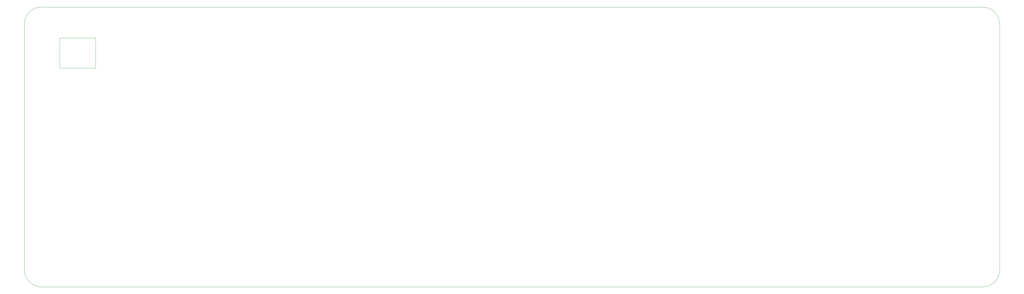
<source format=gbr>
G04 #@! TF.GenerationSoftware,KiCad,Pcbnew,5.1.5+dfsg1-2build2*
G04 #@! TF.CreationDate,2020-08-08T12:50:20+01:00*
G04 #@! TF.ProjectId,stoutgatv2,73746f75-7467-4617-9476-322e6b696361,0.2*
G04 #@! TF.SameCoordinates,Original*
G04 #@! TF.FileFunction,Profile,NP*
%FSLAX46Y46*%
G04 Gerber Fmt 4.6, Leading zero omitted, Abs format (unit mm)*
G04 Created by KiCad (PCBNEW 5.1.5+dfsg1-2build2) date 2020-08-08 12:50:20*
%MOMM*%
%LPD*%
G04 APERTURE LIST*
%ADD10C,0.050000*%
%ADD11C,0.120000*%
G04 APERTURE END LIST*
D10*
X393293600Y-178866800D02*
G75*
G02X387324600Y-184835800I-5969000J0D01*
G01*
X387388090Y-85370059D02*
G75*
G02X393293600Y-91363800I-88890J-5993741D01*
G01*
X47574200Y-91363800D02*
G75*
G02X53568600Y-85369400I5994400J0D01*
G01*
X53568600Y-184835800D02*
G75*
G02X47574200Y-178841400I0J5994400D01*
G01*
X393293600Y-91363800D02*
X393293600Y-178866800D01*
X53568600Y-184835800D02*
X387324600Y-184835800D01*
X47574200Y-178841400D02*
X47574200Y-91363800D01*
X53644800Y-85369400D02*
X387388090Y-85370059D01*
D11*
X72771000Y-96291400D02*
X60071000Y-96291400D01*
X72771000Y-107086400D02*
X72771000Y-96291400D01*
X60071000Y-107086400D02*
X72771000Y-107086400D01*
X60071000Y-96291400D02*
X60071000Y-107086400D01*
M02*

</source>
